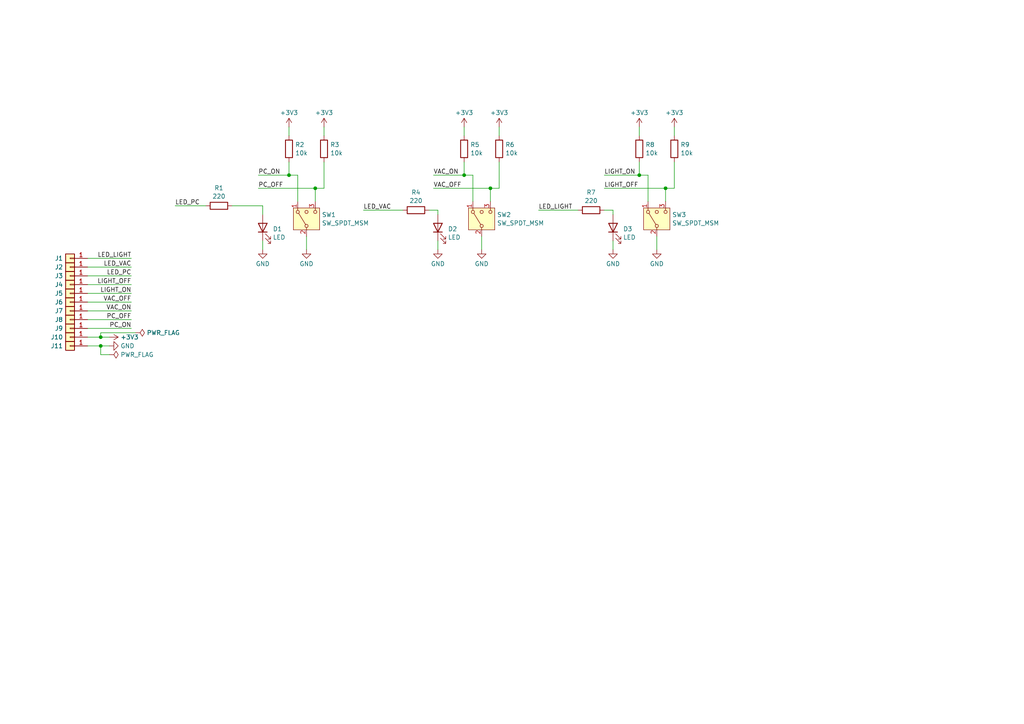
<source format=kicad_sch>
(kicad_sch (version 20230121) (generator eeschema)
  (paper "A4")
  (lib_symbols
    (symbol "Connector_Generic:Conn_01x01" (pin_names (offset 1.016) hide)
      (property "Reference" "J" (at 0 2.54 0))
      (property "Value" "Conn_01x01" (at 0 -2.54 0))
      (symbol "Conn_01x01_1_1"
        (rectangle (start -1.27 0.127) (end 0 -0.127) (stroke (width 0.1524)))
        (rectangle (start -1.27 1.27) (end 1.27 -1.27) (stroke (width 0.254)) (fill (type background)))
        (pin passive line (at -5.08 0 0) (length 3.81) (name "Pin_1") (number "1"))
      )
    )
    (symbol "Device:LED" (pin_numbers hide) (pin_names (offset 1.016) hide)
      (property "Reference" "D" (at 0 2.54 0))
      (property "Value" "LED" (at 0 -2.54 0))
      (symbol "LED_0_1"
        (polyline (pts (xy -1.27 -1.27) (xy -1.27 1.27)) (stroke (width 0.254)))
        (polyline (pts (xy -1.27 0) (xy 1.27 0)))
        (polyline (pts (xy 1.27 -1.27) (xy 1.27 1.27) (xy -1.27 0) (xy 1.27 -1.27)) (stroke (width 0.254)))
        (polyline (pts (xy -3.048 -0.762) (xy -4.572 -2.286) (xy -3.81 -2.286) (xy -4.572 -2.286) (xy -4.572 -1.524)))
        (polyline (pts (xy -1.778 -0.762) (xy -3.302 -2.286) (xy -2.54 -2.286) (xy -3.302 -2.286) (xy -3.302 -1.524)))
      )
      (symbol "LED_1_1"
        (pin passive line (at -3.81 0 0) (length 2.54) (name "K") (number "1"))
        (pin passive line (at 3.81 0 180) (length 2.54) (name "A") (number "2"))
      )
    )
    (symbol "Device:R" (pin_numbers hide) (pin_names (offset 0))
      (property "Reference" "R" (at 2.032 0 90))
      (property "Value" "R" (at 0 0 90))
      (symbol "R_0_1"
        (rectangle (start -1.016 -2.54) (end 1.016 2.54) (stroke (width 0.254)))
      )
      (symbol "R_1_1"
        (pin passive line (at 0 3.81 270) (length 1.27) (name "~") (number "1"))
        (pin passive line (at 0 -3.81 90) (length 1.27) (name "~") (number "2"))
      )
    )
    (symbol "Switch:SW_SPDT_MSM" (pin_names (offset 0) hide)
      (property "Reference" "SW" (at 0 5.08 0))
      (property "Value" "SW_SPDT_MSM" (at 0 -5.08 0))
      (symbol "SW_SPDT_MSM_0_1"
        (circle (center -2.032 0) (radius 0.4572))
        (polyline (pts (xy -1.651 0.254) (xy 1.651 2.286)))
        (circle (center 2.032 -2.54) (radius 0.4572))
        (circle (center 2.032 0) (radius 0.4572))
        (circle (center 2.032 2.54) (radius 0.4572))
      )
      (symbol "SW_SPDT_MSM_1_1"
        (rectangle (start -3.175 3.81) (end 3.175 -3.81) (fill (type background)))
        (pin passive line (at 5.08 2.54 180) (length 2.54) (name "1") (number "1"))
        (pin passive line (at -5.08 0 0) (length 2.54) (name "3") (number "2"))
        (pin passive line (at 5.08 -2.54 180) (length 2.54) (name "4") (number "3"))
      )
    )
    (symbol "power:+3V3" (power) (pin_names (offset 0))
      (property "Value" "+3V3" (at 0 3.556 0))
      (symbol "+3V3_0_1"
        (polyline (pts (xy -0.762 1.27) (xy 0 2.54)))
        (polyline (pts (xy 0 0) (xy 0 2.54)))
        (polyline (pts (xy 0 2.54) (xy 0.762 1.27)))
      )
      (symbol "+3V3_1_1"
        (pin power_in line (at 0 0 90) (length 0) hide (name "+3V3") (number "1"))
      )
    )
    (symbol "power:GND" (power) (pin_names (offset 0))
      (property "Value" "GND" (at 0 -3.81 0))
      (symbol "GND_0_1"
        (polyline (pts (xy 0 0) (xy 0 -1.27) (xy 1.27 -1.27) (xy 0 -2.54) (xy -1.27 -1.27) (xy 0 -1.27)))
      )
      (symbol "GND_1_1"
        (pin power_in line (at 0 0 270) (length 0) hide (name "GND") (number "1"))
      )
    )
    (symbol "power:PWR_FLAG" (power) (pin_numbers hide) (pin_names (offset 0) hide)
      (property "Value" "PWR_FLAG" (at 0 3.81 0))
      (symbol "PWR_FLAG_0_0"
        (pin power_out line (at 0 0 90) (length 0) (name "pwr") (number "1"))
      )
      (symbol "PWR_FLAG_0_1"
        (polyline (pts (xy 0 0) (xy 0 1.27) (xy -1.016 1.905) (xy 0 2.54) (xy 1.016 1.905) (xy 0 1.27)))
      )
    )
  )
  (junction (at 185.42 50.8))
  (junction (at 134.62 50.8))
  (junction (at 142.24 54.61))
  (junction (at 193.04 54.61))
  (junction (at 91.44 54.61))
  (junction (at 29.21 100.33))
  (junction (at 83.82 50.8))
  (junction (at 29.21 97.79))
  (wire (pts (xy 177.8 60.96) (xy 177.8 62.23)))
  (wire (pts (xy 25.4 87.63) (xy 38.1 87.63)))
  (wire (pts (xy 29.21 102.87) (xy 29.21 100.33)))
  (wire (pts (xy 83.82 46.99) (xy 83.82 50.8)))
  (wire (pts (xy 39.37 96.52) (xy 29.21 96.52)))
  (wire (pts (xy 93.98 36.83) (xy 93.98 39.37)))
  (wire (pts (xy 134.62 50.8) (xy 137.16 50.8)))
  (wire (pts (xy 144.78 46.99) (xy 144.78 54.61)))
  (wire (pts (xy 29.21 96.52) (xy 29.21 97.79)))
  (wire (pts (xy 86.36 50.8) (xy 86.36 58.42)))
  (wire (pts (xy 187.96 50.8) (xy 187.96 58.42)))
  (wire (pts (xy 25.4 80.01) (xy 38.1 80.01)))
  (wire (pts (xy 93.98 54.61) (xy 91.44 54.61)))
  (wire (pts (xy 195.58 54.61) (xy 193.04 54.61)))
  (wire (pts (xy 124.46 60.96) (xy 127 60.96)))
  (wire (pts (xy 91.44 54.61) (xy 91.44 58.42)))
  (wire (pts (xy 25.4 97.79) (xy 29.21 97.79)))
  (wire (pts (xy 195.58 36.83) (xy 195.58 39.37)))
  (wire (pts (xy 156.21 60.96) (xy 167.64 60.96)))
  (wire (pts (xy 139.7 68.58) (xy 139.7 72.39)))
  (wire (pts (xy 127 69.85) (xy 127 72.39)))
  (wire (pts (xy 175.26 54.61) (xy 193.04 54.61)))
  (wire (pts (xy 76.2 69.85) (xy 76.2 72.39)))
  (wire (pts (xy 93.98 46.99) (xy 93.98 54.61)))
  (wire (pts (xy 127 60.96) (xy 127 62.23)))
  (wire (pts (xy 193.04 54.61) (xy 193.04 58.42)))
  (wire (pts (xy 144.78 36.83) (xy 144.78 39.37)))
  (wire (pts (xy 25.4 92.71) (xy 38.1 92.71)))
  (wire (pts (xy 105.41 60.96) (xy 116.84 60.96)))
  (wire (pts (xy 125.73 50.8) (xy 134.62 50.8)))
  (wire (pts (xy 25.4 77.47) (xy 38.1 77.47)))
  (wire (pts (xy 74.93 54.61) (xy 91.44 54.61)))
  (wire (pts (xy 31.75 102.87) (xy 29.21 102.87)))
  (wire (pts (xy 125.73 54.61) (xy 142.24 54.61)))
  (wire (pts (xy 76.2 59.69) (xy 67.31 59.69)))
  (wire (pts (xy 83.82 50.8) (xy 86.36 50.8)))
  (wire (pts (xy 134.62 36.83) (xy 134.62 39.37)))
  (wire (pts (xy 185.42 46.99) (xy 185.42 50.8)))
  (wire (pts (xy 25.4 90.17) (xy 38.1 90.17)))
  (wire (pts (xy 175.26 60.96) (xy 177.8 60.96)))
  (wire (pts (xy 142.24 54.61) (xy 142.24 58.42)))
  (wire (pts (xy 190.5 68.58) (xy 190.5 72.39)))
  (wire (pts (xy 185.42 50.8) (xy 187.96 50.8)))
  (wire (pts (xy 134.62 46.99) (xy 134.62 50.8)))
  (wire (pts (xy 29.21 100.33) (xy 31.75 100.33)))
  (wire (pts (xy 25.4 85.09) (xy 38.1 85.09)))
  (wire (pts (xy 144.78 54.61) (xy 142.24 54.61)))
  (wire (pts (xy 29.21 97.79) (xy 31.75 97.79)))
  (wire (pts (xy 25.4 100.33) (xy 29.21 100.33)))
  (wire (pts (xy 25.4 95.25) (xy 38.1 95.25)))
  (wire (pts (xy 137.16 50.8) (xy 137.16 58.42)))
  (wire (pts (xy 195.58 46.99) (xy 195.58 54.61)))
  (wire (pts (xy 50.8 59.69) (xy 59.69 59.69)))
  (wire (pts (xy 25.4 74.93) (xy 38.1 74.93)))
  (wire (pts (xy 177.8 69.85) (xy 177.8 72.39)))
  (wire (pts (xy 185.42 36.83) (xy 185.42 39.37)))
  (wire (pts (xy 74.93 50.8) (xy 83.82 50.8)))
  (wire (pts (xy 25.4 82.55) (xy 38.1 82.55)))
  (wire (pts (xy 83.82 36.83) (xy 83.82 39.37)))
  (wire (pts (xy 175.26 50.8) (xy 185.42 50.8)))
  (wire (pts (xy 76.2 62.23) (xy 76.2 59.69)))
  (wire (pts (xy 88.9 68.58) (xy 88.9 72.39)))
  (label "PC_ON" (at 74.93 50.8 0))
  (label "LED_PC" (at 50.8 59.69 0))
  (label "LED_PC" (at 38.1 80.01 180))
  (label "VAC_ON" (at 38.1 90.17 180))
  (label "LED_LIGHT" (at 38.1 74.93 180))
  (label "LED_VAC" (at 38.1 77.47 180))
  (label "PC_OFF" (at 38.1 92.71 180))
  (label "VAC_ON" (at 125.73 50.8 0))
  (label "LIGHT_ON" (at 38.1 85.09 180))
  (label "LED_LIGHT" (at 156.21 60.96 0))
  (label "LIGHT_OFF" (at 38.1 82.55 180))
  (label "VAC_OFF" (at 125.73 54.61 0))
  (label "LIGHT_OFF" (at 175.26 54.61 0))
  (label "PC_OFF" (at 74.93 54.61 0))
  (label "LIGHT_ON" (at 175.26 50.8 0))
  (label "PC_ON" (at 38.1 95.25 180))
  (label "LED_VAC" (at 105.41 60.96 0))
  (label "VAC_OFF" (at 38.1 87.63 180))
  (symbol (lib_id "Connector_Generic:Conn_01x01") (at 20.32 92.71 180) (unit 1)
    (property "Reference" "J8" (at 18.2881 92.71 0) (effects (justify left)))
    (property "Value" "Conn_01x01" (effects hide))
    (property "Footprint" "Connector_Wire:SolderWire-0.25sqmm_1x01_D0.65mm_OD2mm_Relief" (effects hide))
  )
  (symbol (lib_id "power:GND") (at 190.5 72.39 0) (unit 1)
    (property "Reference" "#PWR013" (effects hide))
    (property "Value" "GND" (at 190.5 76.5231 0))
  )
  (symbol (lib_id "power:GND") (at 127 72.39 0) (unit 1)
    (property "Reference" "#PWR07" (effects hide))
    (property "Value" "GND" (at 127 76.5231 0))
  )
  (symbol (lib_id "power:+3V3") (at 185.42 36.83 0) (unit 1)
    (property "Reference" "#PWR012" (effects hide))
    (property "Value" "+3V3" (at 185.42 32.6969 0))
  )
  (symbol (lib_id "power:+3V3") (at 195.58 36.83 0) (unit 1)
    (property "Reference" "#PWR014" (effects hide))
    (property "Value" "+3V3" (at 195.58 32.6969 0))
  )
  (symbol (lib_id "Connector_Generic:Conn_01x01") (at 20.32 95.25 180) (unit 1)
    (property "Reference" "J9" (at 18.2881 95.25 0) (effects (justify left)))
    (property "Value" "Conn_01x01" (effects hide))
    (property "Footprint" "Connector_Wire:SolderWire-0.25sqmm_1x01_D0.65mm_OD2mm_Relief2x" (effects hide))
  )
  (symbol (lib_id "Switch:SW_SPDT_MSM") (at 190.5 63.5 90) (unit 1)
    (property "Reference" "SW3" (at 194.945 62.2879 90) (effects (justify right)))
    (property "Value" "SW_SPDT_MSM" (at 194.945 64.7121 90) (effects (justify right)))
    (property "Footprint" "ondra:SPDT_panel_mount" (effects hide))
  )
  (symbol (lib_id "Switch:SW_SPDT_MSM") (at 139.7 63.5 90) (unit 1)
    (property "Reference" "SW2" (at 144.145 62.2879 90) (effects (justify right)))
    (property "Value" "SW_SPDT_MSM" (at 144.145 64.7121 90) (effects (justify right)))
    (property "Footprint" "ondra:SPDT_panel_mount" (effects hide))
  )
  (symbol (lib_id "Device:R") (at 93.98 43.18 0) (unit 1)
    (property "Reference" "R3" (at 95.758 41.9679 0) (effects (justify left)))
    (property "Value" "10k" (at 95.758 44.3921 0) (effects (justify left)))
    (property "Footprint" "Resistor_SMD:R_1206_3216Metric_Pad1.30x1.75mm_HandSolder" (effects hide))
  )
  (symbol (lib_id "power:+3V3") (at 31.75 97.79 270) (unit 1)
    (property "Reference" "#PWR01" (effects hide))
    (property "Value" "+3V3" (at 34.925 97.79 90) (effects (justify left)))
  )
  (symbol (lib_id "power:GND") (at 139.7 72.39 0) (unit 1)
    (property "Reference" "#PWR09" (effects hide))
    (property "Value" "GND" (at 139.7 76.5231 0))
  )
  (symbol (lib_id "Device:LED") (at 76.2 66.04 90) (unit 1)
    (property "Reference" "D1" (at 79.121 66.4154 90) (effects (justify right)))
    (property "Value" "LED" (at 79.121 68.8396 90) (effects (justify right)))
    (property "Footprint" "LED_SMD:LED_1206_3216Metric_ReverseMount_Hole1.8x2.4mm" (effects hide))
  )
  (symbol (lib_id "Connector_Generic:Conn_01x01") (at 20.32 77.47 180) (unit 1)
    (property "Reference" "J2" (at 18.288 77.47 0) (effects (justify left)))
    (property "Value" "Conn_01x01" (effects hide))
    (property "Footprint" "Connector_Wire:SolderWire-0.25sqmm_1x01_D0.65mm_OD2mm_Relief" (effects hide))
  )
  (symbol (lib_id "power:PWR_FLAG") (at 31.75 102.87 270) (unit 1)
    (property "Reference" "#FLG01" (effects hide))
    (property "Value" "PWR_FLAG" (at 34.925 102.87 90) (effects (justify left)))
  )
  (symbol (lib_id "Device:R") (at 83.82 43.18 0) (unit 1)
    (property "Reference" "R2" (at 85.598 41.9679 0) (effects (justify left)))
    (property "Value" "10k" (at 85.598 44.3921 0) (effects (justify left)))
    (property "Footprint" "Resistor_SMD:R_1206_3216Metric_Pad1.30x1.75mm_HandSolder" (effects hide))
  )
  (symbol (lib_id "power:+3V3") (at 144.78 36.83 0) (unit 1)
    (property "Reference" "#PWR010" (effects hide))
    (property "Value" "+3V3" (at 144.78 32.6969 0))
  )
  (symbol (lib_id "Device:R") (at 195.58 43.18 0) (unit 1)
    (property "Reference" "R9" (at 197.358 41.9679 0) (effects (justify left)))
    (property "Value" "10k" (at 197.358 44.3921 0) (effects (justify left)))
    (property "Footprint" "Resistor_SMD:R_1206_3216Metric_Pad1.30x1.75mm_HandSolder" (effects hide))
  )
  (symbol (lib_id "power:GND") (at 88.9 72.39 0) (unit 1)
    (property "Reference" "#PWR05" (effects hide))
    (property "Value" "GND" (at 88.9 76.5231 0))
  )
  (symbol (lib_id "Connector_Generic:Conn_01x01") (at 20.32 82.55 180) (unit 1)
    (property "Reference" "J4" (at 18.2881 82.55 0) (effects (justify left)))
    (property "Value" "Conn_01x01" (effects hide))
    (property "Footprint" "Connector_Wire:SolderWire-0.25sqmm_1x01_D0.65mm_OD2mm_Relief" (effects hide))
  )
  (symbol (lib_id "power:+3V3") (at 93.98 36.83 0) (unit 1)
    (property "Reference" "#PWR06" (effects hide))
    (property "Value" "+3V3" (at 93.98 32.6969 0))
  )
  (symbol (lib_id "Connector_Generic:Conn_01x01") (at 20.32 87.63 180) (unit 1)
    (property "Reference" "J6" (at 18.2881 87.63 0) (effects (justify left)))
    (property "Value" "Conn_01x01" (effects hide))
    (property "Footprint" "Connector_Wire:SolderWire-0.25sqmm_1x01_D0.65mm_OD2mm_Relief" (effects hide))
  )
  (symbol (lib_id "Connector_Generic:Conn_01x01") (at 20.32 97.79 180) (unit 1)
    (property "Reference" "J10" (at 18.2881 97.79 0) (effects (justify left)))
    (property "Value" "Conn_01x01" (effects hide))
    (property "Footprint" "Connector_Wire:SolderWire-0.25sqmm_1x01_D0.65mm_OD2mm_Relief" (effects hide))
  )
  (symbol (lib_id "Device:R") (at 120.65 60.96 90) (unit 1)
    (property "Reference" "R4" (at 120.65 55.7997 90))
    (property "Value" "220" (at 120.65 58.2239 90))
    (property "Footprint" "Resistor_SMD:R_1206_3216Metric_Pad1.30x1.75mm_HandSolder" (effects hide))
  )
  (symbol (lib_id "Device:R") (at 63.5 59.69 90) (unit 1)
    (property "Reference" "R1" (at 63.5 54.5297 90))
    (property "Value" "220" (at 63.5 56.9539 90))
    (property "Footprint" "Resistor_SMD:R_1206_3216Metric_Pad1.30x1.75mm_HandSolder" (effects hide))
  )
  (symbol (lib_id "power:GND") (at 76.2 72.39 0) (unit 1)
    (property "Reference" "#PWR03" (effects hide))
    (property "Value" "GND" (at 76.2 76.5231 0))
  )
  (symbol (lib_id "Connector_Generic:Conn_01x01") (at 20.32 100.33 180) (unit 1)
    (property "Reference" "J11" (at 18.2881 100.33 0) (effects (justify left)))
    (property "Value" "Conn_01x01" (effects hide))
    (property "Footprint" "Connector_Wire:SolderWire-0.25sqmm_1x01_D0.65mm_OD2mm_Relief" (effects hide))
  )
  (symbol (lib_id "Connector_Generic:Conn_01x01") (at 20.32 90.17 180) (unit 1)
    (property "Reference" "J7" (at 18.2881 90.17 0) (effects (justify left)))
    (property "Value" "Conn_01x01" (effects hide))
    (property "Footprint" "Connector_Wire:SolderWire-0.25sqmm_1x01_D0.65mm_OD2mm_Relief2x" (effects hide))
  )
  (symbol (lib_id "Device:R") (at 171.45 60.96 90) (unit 1)
    (property "Reference" "R7" (at 171.45 55.7997 90))
    (property "Value" "220" (at 171.45 58.2239 90))
    (property "Footprint" "Resistor_SMD:R_1206_3216Metric_Pad1.30x1.75mm_HandSolder" (effects hide))
  )
  (symbol (lib_id "power:GND") (at 177.8 72.39 0) (unit 1)
    (property "Reference" "#PWR011" (effects hide))
    (property "Value" "GND" (at 177.8 76.5231 0))
  )
  (symbol (lib_id "Connector_Generic:Conn_01x01") (at 20.32 80.01 180) (unit 1)
    (property "Reference" "J3" (at 18.2881 80.01 0) (effects (justify left)))
    (property "Value" "Conn_01x01" (effects hide))
    (property "Footprint" "Connector_Wire:SolderWire-0.25sqmm_1x01_D0.65mm_OD2mm_Relief" (effects hide))
  )
  (symbol (lib_id "Device:R") (at 185.42 43.18 0) (unit 1)
    (property "Reference" "R8" (at 187.198 41.9679 0) (effects (justify left)))
    (property "Value" "10k" (at 187.198 44.3921 0) (effects (justify left)))
    (property "Footprint" "Resistor_SMD:R_1206_3216Metric_Pad1.30x1.75mm_HandSolder" (effects hide))
  )
  (symbol (lib_id "Connector_Generic:Conn_01x01") (at 20.32 85.09 180) (unit 1)
    (property "Reference" "J5" (at 18.2881 85.09 0) (effects (justify left)))
    (property "Value" "Conn_01x01" (effects hide))
    (property "Footprint" "Connector_Wire:SolderWire-0.25sqmm_1x01_D0.65mm_OD2mm_Relief2x" (effects hide))
  )
  (symbol (lib_id "Device:R") (at 144.78 43.18 0) (unit 1)
    (property "Reference" "R6" (at 146.558 41.9679 0) (effects (justify left)))
    (property "Value" "10k" (at 146.558 44.3921 0) (effects (justify left)))
    (property "Footprint" "Resistor_SMD:R_1206_3216Metric_Pad1.30x1.75mm_HandSolder" (effects hide))
  )
  (symbol (lib_id "Connector_Generic:Conn_01x01") (at 20.32 74.93 180) (unit 1)
    (property "Reference" "J1" (at 18.2881 74.93 0) (effects (justify left)))
    (property "Value" "Conn_01x01" (effects hide))
    (property "Footprint" "Connector_Wire:SolderWire-0.25sqmm_1x01_D0.65mm_OD2mm_Relief" (effects hide))
  )
  (symbol (lib_id "Device:LED") (at 177.8 66.04 90) (unit 1)
    (property "Reference" "D3" (at 180.721 66.4154 90) (effects (justify right)))
    (property "Value" "LED" (at 180.721 68.8396 90) (effects (justify right)))
    (property "Footprint" "LED_SMD:LED_1206_3216Metric_ReverseMount_Hole1.8x2.4mm" (effects hide))
  )
  (symbol (lib_id "power:PWR_FLAG") (at 39.37 96.52 270) (unit 1)
    (property "Reference" "#FLG02" (effects hide))
    (property "Value" "PWR_FLAG" (at 42.545 96.52 90) (effects (justify left)))
  )
  (symbol (lib_id "Device:LED") (at 127 66.04 90) (unit 1)
    (property "Reference" "D2" (at 129.921 66.4154 90) (effects (justify right)))
    (property "Value" "LED" (at 129.921 68.8396 90) (effects (justify right)))
    (property "Footprint" "LED_SMD:LED_1206_3216Metric_ReverseMount_Hole1.8x2.4mm" (effects hide))
  )
  (symbol (lib_id "power:GND") (at 31.75 100.33 90) (unit 1)
    (property "Reference" "#PWR02" (effects hide))
    (property "Value" "GND" (at 34.925 100.33 90) (effects (justify right)))
  )
  (symbol (lib_id "Switch:SW_SPDT_MSM") (at 88.9 63.5 90) (unit 1)
    (property "Reference" "SW1" (at 93.345 62.2879 90) (effects (justify right)))
    (property "Value" "SW_SPDT_MSM" (at 93.345 64.7121 90) (effects (justify right)))
    (property "Footprint" "ondra:SPDT_panel_mount" (effects hide))
  )
  (symbol (lib_id "power:+3V3") (at 83.82 36.83 0) (unit 1)
    (property "Reference" "#PWR04" (effects hide))
    (property "Value" "+3V3" (at 83.82 32.6969 0))
  )
  (symbol (lib_id "Device:R") (at 134.62 43.18 0) (unit 1)
    (property "Reference" "R5" (at 136.398 41.9679 0) (effects (justify left)))
    (property "Value" "10k" (at 136.398 44.3921 0) (effects (justify left)))
    (property "Footprint" "Resistor_SMD:R_1206_3216Metric_Pad1.30x1.75mm_HandSolder" (effects hide))
  )
  (symbol (lib_id "power:+3V3") (at 134.62 36.83 0) (unit 1)
    (property "Reference" "#PWR08" (effects hide))
    (property "Value" "+3V3" (at 134.62 32.6969 0))
  )
)
</source>
